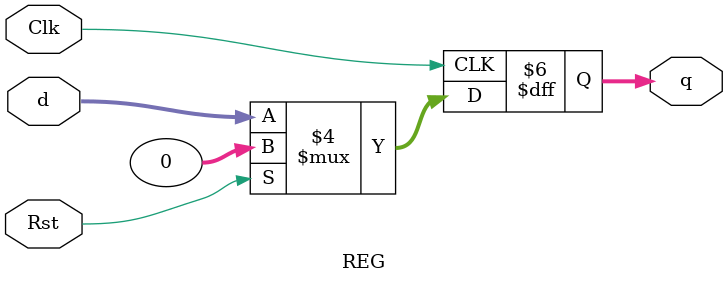
<source format=v>
module REG(q, d, Clk, Rst);

    parameter   DATAWIDTH = 32;

    input  Clk;
    input  Rst;

    input      [DATAWIDTH-1:0] d;
    output reg [DATAWIDTH-1:0] q;

    always @(posedge Clk) begin
        if (Rst == 1)
            q <= 0;
        else
            q <= d;
    end

endmodule

</source>
